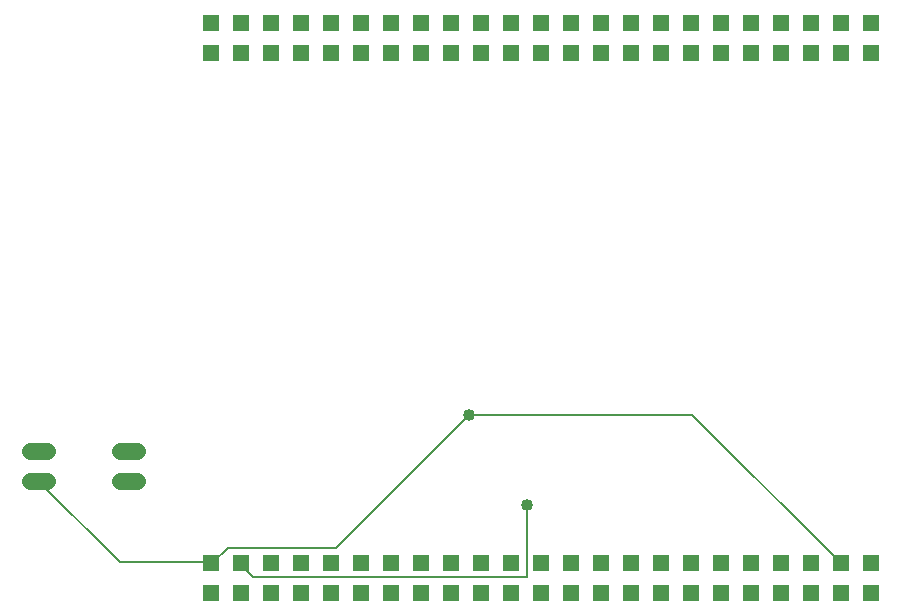
<source format=gbl>
G75*
G70*
%OFA0B0*%
%FSLAX24Y24*%
%IPPOS*%
%LPD*%
%AMOC8*
5,1,8,0,0,1.08239X$1,22.5*
%
%ADD10R,0.0555X0.0555*%
%ADD11C,0.0560*%
%ADD12C,0.0080*%
%ADD13C,0.0400*%
D10*
X007123Y001351D03*
X008123Y001351D03*
X009123Y001351D03*
X010123Y001351D03*
X011123Y001351D03*
X012123Y001351D03*
X013123Y001351D03*
X014123Y001351D03*
X015123Y001351D03*
X016123Y001351D03*
X017123Y001351D03*
X018123Y001351D03*
X019123Y001351D03*
X020123Y001351D03*
X021123Y001351D03*
X022123Y001351D03*
X023123Y001351D03*
X024123Y001351D03*
X025123Y001351D03*
X026123Y001351D03*
X027123Y001351D03*
X028123Y001351D03*
X029123Y001351D03*
X029123Y002351D03*
X028123Y002351D03*
X027123Y002351D03*
X026123Y002351D03*
X025123Y002351D03*
X024123Y002351D03*
X023123Y002351D03*
X022123Y002351D03*
X021123Y002351D03*
X020123Y002351D03*
X019123Y002351D03*
X018123Y002351D03*
X017123Y002351D03*
X016123Y002351D03*
X015123Y002351D03*
X014123Y002351D03*
X013123Y002351D03*
X012123Y002351D03*
X011123Y002351D03*
X010123Y002351D03*
X009123Y002351D03*
X008123Y002351D03*
X007123Y002351D03*
X007123Y019351D03*
X008123Y019351D03*
X009123Y019351D03*
X010123Y019351D03*
X011123Y019351D03*
X012123Y019351D03*
X013123Y019351D03*
X014123Y019351D03*
X015123Y019351D03*
X016123Y019351D03*
X017123Y019351D03*
X018123Y019351D03*
X019123Y019351D03*
X020123Y019351D03*
X021123Y019351D03*
X022123Y019351D03*
X023123Y019351D03*
X024123Y019351D03*
X025123Y019351D03*
X026123Y019351D03*
X027123Y019351D03*
X028123Y019351D03*
X029123Y019351D03*
X029123Y020351D03*
X028123Y020351D03*
X027123Y020351D03*
X026123Y020351D03*
X025123Y020351D03*
X024123Y020351D03*
X023123Y020351D03*
X022123Y020351D03*
X021123Y020351D03*
X020123Y020351D03*
X019123Y020351D03*
X018123Y020351D03*
X017123Y020351D03*
X016123Y020351D03*
X015123Y020351D03*
X014123Y020351D03*
X013123Y020351D03*
X012123Y020351D03*
X011123Y020351D03*
X010123Y020351D03*
X009123Y020351D03*
X008123Y020351D03*
X007123Y020351D03*
D11*
X004653Y006101D02*
X004093Y006101D01*
X004093Y005101D02*
X004653Y005101D01*
X001653Y005101D02*
X001093Y005101D01*
X001093Y006101D02*
X001653Y006101D01*
D12*
X001373Y005101D02*
X004093Y002381D01*
X007093Y002381D01*
X007123Y002351D01*
X007213Y002381D01*
X007693Y002861D01*
X011293Y002861D01*
X015733Y007301D01*
X023173Y007301D01*
X028123Y002351D01*
X017653Y001901D02*
X008533Y001901D01*
X008173Y002261D01*
X008123Y002351D01*
X017653Y001901D02*
X017653Y004301D01*
D13*
X017653Y004301D03*
X015733Y007301D03*
M02*

</source>
